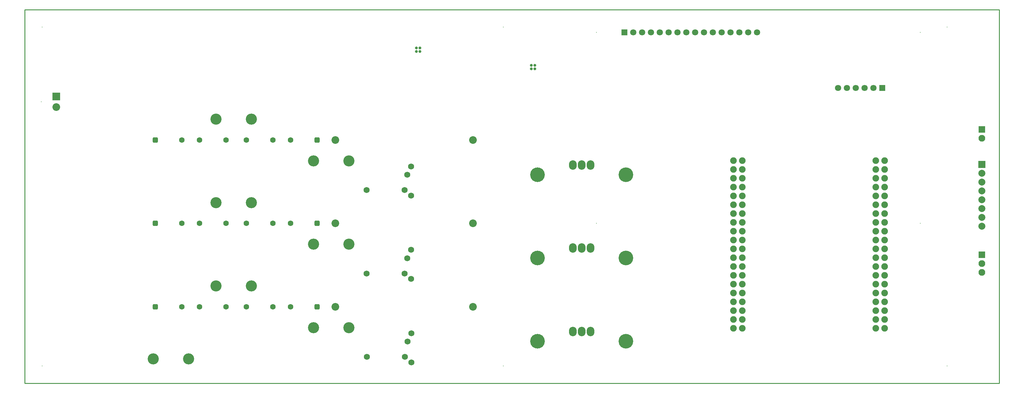
<source format=gbs>
G04 Layer_Color=16711935*
%FSLAX43Y43*%
%MOMM*%
G71*
G01*
G75*
%ADD37C,0.254*%
%ADD98O,2.203X2.703*%
%ADD99C,2.203*%
%ADD100C,3.203*%
%ADD101C,1.803*%
%ADD102R,1.803X1.803*%
%ADD103C,1.727*%
%ADD106C,1.903*%
%ADD107C,1.953*%
%ADD108R,1.953X1.953*%
%ADD109C,4.203*%
%ADD110R,0.203X0.203*%
%ADD111R,2.203X2.203*%
%ADD112C,2.003*%
%ADD113R,2.003X2.003*%
%ADD114C,1.603*%
G04:AMPARAMS|DCode=115|XSize=1.603mm|YSize=1.603mm|CornerRadius=0.452mm|HoleSize=0mm|Usage=FLASHONLY|Rotation=180.000|XOffset=0mm|YOffset=0mm|HoleType=Round|Shape=RoundedRectangle|*
%AMROUNDEDRECTD115*
21,1,1.603,0.700,0,0,180.0*
21,1,0.700,1.603,0,0,180.0*
1,1,0.903,-0.350,0.350*
1,1,0.903,0.350,0.350*
1,1,0.903,0.350,-0.350*
1,1,0.903,-0.350,-0.350*
%
%ADD115ROUNDEDRECTD115*%
%ADD116C,0.803*%
%ADD117C,0.203*%
D37*
X0Y0D02*
X280000D01*
Y107500D01*
X0D02*
X280000D01*
X0Y0D02*
Y107500D01*
D98*
X157450Y14900D02*
D03*
X160000D02*
D03*
X162550D02*
D03*
X157450Y62800D02*
D03*
X160000D02*
D03*
X162550D02*
D03*
X157450Y38900D02*
D03*
X160000D02*
D03*
X162550D02*
D03*
D99*
X89250Y22000D02*
D03*
X128750D02*
D03*
X9000Y79500D02*
D03*
X89250Y70000D02*
D03*
X128750D02*
D03*
X89250Y46000D02*
D03*
X128750D02*
D03*
D100*
X65080Y76000D02*
D03*
X54920D02*
D03*
X47080Y7000D02*
D03*
X36920D02*
D03*
X82920Y16000D02*
D03*
X93080D02*
D03*
Y40000D02*
D03*
X82920D02*
D03*
X93080Y64000D02*
D03*
X82920D02*
D03*
X65080Y28000D02*
D03*
X54920D02*
D03*
X65080Y52000D02*
D03*
X54920D02*
D03*
D101*
X233650Y85000D02*
D03*
X238730D02*
D03*
X243810D02*
D03*
X241270D02*
D03*
X236190D02*
D03*
X207810Y101000D02*
D03*
X202730D02*
D03*
X195110D02*
D03*
X190030D02*
D03*
X184950D02*
D03*
X179870D02*
D03*
X174790D02*
D03*
X177330D02*
D03*
X182410D02*
D03*
X187490D02*
D03*
X192570D02*
D03*
X197650D02*
D03*
X200190D02*
D03*
X205270D02*
D03*
X210350D02*
D03*
D102*
X246350Y85000D02*
D03*
X172250Y101000D02*
D03*
D103*
X111100Y14380D02*
D03*
X109220Y7570D02*
D03*
X98300D02*
D03*
X109980Y11970D02*
D03*
X111100Y6000D02*
D03*
X111000Y62380D02*
D03*
X109120Y55570D02*
D03*
X98200D02*
D03*
X109880Y59970D02*
D03*
X111000Y54000D02*
D03*
Y30000D02*
D03*
X109880Y35970D02*
D03*
X98200Y31570D02*
D03*
X109120D02*
D03*
X111000Y38380D02*
D03*
D106*
X203560Y64100D02*
D03*
Y61560D02*
D03*
Y59020D02*
D03*
Y56480D02*
D03*
Y53940D02*
D03*
Y51400D02*
D03*
Y48860D02*
D03*
Y46320D02*
D03*
Y43780D02*
D03*
Y41240D02*
D03*
Y38700D02*
D03*
Y36160D02*
D03*
Y33620D02*
D03*
Y31080D02*
D03*
Y28540D02*
D03*
Y26000D02*
D03*
Y23460D02*
D03*
Y20920D02*
D03*
Y18380D02*
D03*
Y15840D02*
D03*
X206100Y64100D02*
D03*
Y61560D02*
D03*
Y59020D02*
D03*
Y56480D02*
D03*
Y53940D02*
D03*
Y51400D02*
D03*
Y48860D02*
D03*
Y46320D02*
D03*
Y43780D02*
D03*
Y41240D02*
D03*
Y38700D02*
D03*
Y36160D02*
D03*
Y33620D02*
D03*
Y31080D02*
D03*
Y28540D02*
D03*
Y26000D02*
D03*
Y23460D02*
D03*
Y20920D02*
D03*
Y18380D02*
D03*
Y15840D02*
D03*
X247000D02*
D03*
Y18380D02*
D03*
Y20920D02*
D03*
Y23460D02*
D03*
Y26000D02*
D03*
Y28540D02*
D03*
Y31080D02*
D03*
Y33620D02*
D03*
Y36160D02*
D03*
Y38700D02*
D03*
Y41240D02*
D03*
Y43780D02*
D03*
Y46320D02*
D03*
Y48860D02*
D03*
Y51400D02*
D03*
Y53940D02*
D03*
Y56480D02*
D03*
Y59020D02*
D03*
Y61560D02*
D03*
Y64100D02*
D03*
X244460Y15840D02*
D03*
Y18380D02*
D03*
Y20920D02*
D03*
Y23460D02*
D03*
Y26000D02*
D03*
Y28540D02*
D03*
Y31080D02*
D03*
Y33620D02*
D03*
Y36160D02*
D03*
Y38700D02*
D03*
Y41240D02*
D03*
Y43780D02*
D03*
Y46320D02*
D03*
Y48860D02*
D03*
Y51400D02*
D03*
Y53940D02*
D03*
Y56480D02*
D03*
Y59020D02*
D03*
Y61560D02*
D03*
Y64100D02*
D03*
D107*
X275000Y31920D02*
D03*
Y34460D02*
D03*
Y70460D02*
D03*
D108*
Y37000D02*
D03*
Y73000D02*
D03*
D109*
X147300Y60000D02*
D03*
X172700D02*
D03*
X147300Y12100D02*
D03*
X172700D02*
D03*
X147300Y36000D02*
D03*
X172700D02*
D03*
D110*
X4680Y81000D02*
D03*
D111*
X9000Y82500D02*
D03*
D112*
X275000Y45220D02*
D03*
Y47760D02*
D03*
Y50300D02*
D03*
Y52840D02*
D03*
Y55380D02*
D03*
Y57920D02*
D03*
Y60460D02*
D03*
D113*
Y63000D02*
D03*
D114*
X63680Y22000D02*
D03*
X71300D02*
D03*
X76380D02*
D03*
X45120Y70000D02*
D03*
X50200D02*
D03*
X57820D02*
D03*
X63680Y70000D02*
D03*
X71300D02*
D03*
X76380D02*
D03*
X45120Y46000D02*
D03*
X50200D02*
D03*
X57820D02*
D03*
X63680Y46000D02*
D03*
X71300D02*
D03*
X76380D02*
D03*
X45120Y22000D02*
D03*
X50200D02*
D03*
X57820D02*
D03*
D115*
X84000Y22000D02*
D03*
X37500Y70000D02*
D03*
X84000Y70000D02*
D03*
X37500Y46000D02*
D03*
X84000Y46000D02*
D03*
X37500Y22000D02*
D03*
D116*
X145500Y91500D02*
D03*
X146500D02*
D03*
X145500Y90500D02*
D03*
X146500D02*
D03*
X113500Y95500D02*
D03*
X112500D02*
D03*
X113500Y96500D02*
D03*
X112500D02*
D03*
D117*
X5000Y5000D02*
D03*
X164250Y46000D02*
D03*
X5000Y102500D02*
D03*
X137500D02*
D03*
X265000D02*
D03*
Y5000D02*
D03*
X137500Y5000D02*
D03*
X164250Y101000D02*
D03*
X257250D02*
D03*
X257270Y46000D02*
D03*
M02*

</source>
